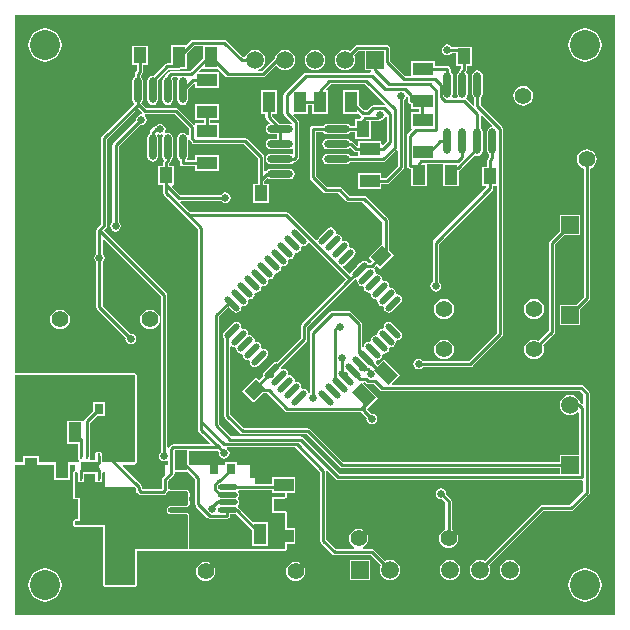
<source format=gbr>
G04 Layer_Physical_Order=1*
G04 Layer_Color=255*
%FSLAX26Y26*%
%MOIN*%
%TF.FileFunction,Copper,L1,Top,Signal*%
%TF.Part,Single*%
G01*
G75*
%TA.AperFunction,SMDPad,CuDef*%
%ADD10O,0.023622X0.086614*%
%ADD11R,0.043307X0.066929*%
%ADD12R,0.066929X0.043307*%
%ADD13R,0.033465X0.062992*%
%ADD14O,0.066929X0.017716*%
%ADD15O,0.086614X0.023622*%
G04:AMPARAMS|DCode=16|XSize=55.118mil|YSize=43.307mil|CornerRadius=0mil|HoleSize=0mil|Usage=FLASHONLY|Rotation=45.000|XOffset=0mil|YOffset=0mil|HoleType=Round|Shape=Rectangle|*
%AMROTATEDRECTD16*
4,1,4,-0.004176,-0.034799,-0.034799,-0.004176,0.004176,0.034799,0.034799,0.004176,-0.004176,-0.034799,0.0*
%
%ADD16ROTATEDRECTD16*%

%ADD17R,0.043307X0.055118*%
%ADD18R,0.031496X0.035433*%
G04:AMPARAMS|DCode=19|XSize=66.929mil|YSize=43.307mil|CornerRadius=0mil|HoleSize=0mil|Usage=FLASHONLY|Rotation=135.000|XOffset=0mil|YOffset=0mil|HoleType=Round|Shape=Rectangle|*
%AMROTATEDRECTD19*
4,1,4,0.038974,-0.008352,0.008352,-0.038974,-0.038974,0.008352,-0.008352,0.038974,0.038974,-0.008352,0.0*
%
%ADD19ROTATEDRECTD19*%

G04:AMPARAMS|DCode=20|XSize=21.654mil|YSize=62.992mil|CornerRadius=0mil|HoleSize=0mil|Usage=FLASHONLY|Rotation=135.000|XOffset=0mil|YOffset=0mil|HoleType=Round|Shape=Round|*
%AMOVALD20*
21,1,0.041339,0.021654,0.000000,0.000000,225.0*
1,1,0.021654,0.014615,0.014615*
1,1,0.021654,-0.014615,-0.014615*
%
%ADD20OVALD20*%

G04:AMPARAMS|DCode=21|XSize=21.654mil|YSize=62.992mil|CornerRadius=0mil|HoleSize=0mil|Usage=FLASHONLY|Rotation=45.000|XOffset=0mil|YOffset=0mil|HoleType=Round|Shape=Round|*
%AMOVALD21*
21,1,0.041339,0.021654,0.000000,0.000000,135.0*
1,1,0.021654,0.014615,-0.014615*
1,1,0.021654,-0.014615,0.014615*
%
%ADD21OVALD21*%

%ADD22R,0.011024X0.019685*%
%ADD23R,0.062992X0.035433*%
%TA.AperFunction,Conductor*%
%ADD24C,0.010000*%
%TA.AperFunction,ComponentPad*%
%ADD25C,0.055118*%
%ADD26C,0.059055*%
%ADD27R,0.059055X0.059055*%
%ADD28R,0.059055X0.059055*%
%TA.AperFunction,ViaPad*%
%ADD29C,0.100000*%
%ADD30C,0.025000*%
%ADD31C,0.019685*%
G36*
X1601301Y1452430D02*
Y1368684D01*
X1602077Y1364782D01*
X1604287Y1361474D01*
X1641471Y1324290D01*
X1644778Y1322080D01*
X1648680Y1321304D01*
X1706000D01*
X1709902Y1322080D01*
X1713210Y1324290D01*
X1715420Y1327598D01*
X1716196Y1331500D01*
Y1335634D01*
X1734134D01*
X1737439Y1336292D01*
X1791496Y1282234D01*
Y1231535D01*
X1844803D01*
Y1308465D01*
X1794105D01*
X1746766Y1355803D01*
X1744126Y1359755D01*
X1743671Y1360059D01*
Y1365059D01*
X1744126Y1365363D01*
X1747188Y1369947D01*
X1748264Y1375354D01*
X1747188Y1380761D01*
X1744126Y1385345D01*
X1743671Y1385649D01*
Y1390649D01*
X1744126Y1390953D01*
X1747188Y1395537D01*
X1748264Y1400944D01*
X1747188Y1406351D01*
X1744126Y1410935D01*
X1746524Y1415346D01*
X1747350Y1416340D01*
X1856535D01*
Y1405197D01*
X1900000D01*
Y1394803D01*
X1856535D01*
Y1341496D01*
X1900000D01*
X1900000Y1220000D01*
X1750000Y1220000D01*
X1585412Y1220000D01*
X1580412Y1220919D01*
X1580412Y1331774D01*
X1580304Y1332034D01*
X1580386Y1332304D01*
X1579525Y1333914D01*
X1578827Y1335600D01*
X1578566Y1335708D01*
X1578433Y1335957D01*
X1573433Y1340060D01*
X1573164Y1340142D01*
X1573007Y1340377D01*
X1571216Y1340733D01*
X1569469Y1341263D01*
X1569221Y1341130D01*
X1568944Y1341185D01*
X1568247Y1341046D01*
X1520101D01*
X1516272Y1341808D01*
X1513478Y1343675D01*
X1511612Y1346468D01*
X1510956Y1349764D01*
X1511612Y1353060D01*
X1513478Y1355853D01*
X1516272Y1357720D01*
X1520101Y1358482D01*
X1568247D01*
X1568944Y1358343D01*
X1569221Y1358398D01*
X1569469Y1358265D01*
X1571216Y1358795D01*
X1573007Y1359151D01*
X1573164Y1359386D01*
X1573433Y1359468D01*
X1578433Y1363571D01*
X1578566Y1363820D01*
X1578827Y1363928D01*
X1579525Y1365614D01*
X1580386Y1367224D01*
X1580304Y1367494D01*
X1580412Y1367755D01*
Y1367818D01*
X1581834Y1369947D01*
X1582910Y1375354D01*
X1581834Y1380761D01*
X1580412Y1382890D01*
X1580412Y1393408D01*
X1581834Y1395537D01*
X1582910Y1400944D01*
X1581834Y1406351D01*
X1580412Y1408480D01*
Y1408545D01*
X1580304Y1408806D01*
X1580386Y1409076D01*
X1579525Y1410686D01*
X1578827Y1412372D01*
X1578566Y1412480D01*
X1578433Y1412729D01*
X1573433Y1416832D01*
X1573163Y1416914D01*
X1573007Y1417149D01*
X1571216Y1417505D01*
X1569469Y1418035D01*
X1569221Y1417902D01*
X1568944Y1417957D01*
X1568247Y1417818D01*
X1520101D01*
X1516527Y1418529D01*
X1515906Y1418406D01*
X1513867Y1418812D01*
X1510905Y1421171D01*
Y1447306D01*
X1528706Y1465107D01*
X1530916Y1468414D01*
X1531692Y1472316D01*
Y1476535D01*
X1577195D01*
X1601301Y1452430D01*
D02*
G37*
G36*
X2103731Y2118404D02*
X1955790Y1970464D01*
X1953580Y1967156D01*
X1952804Y1963254D01*
Y1922935D01*
X1873096Y1843227D01*
X1871663Y1843512D01*
X1865488Y1842284D01*
X1860253Y1838786D01*
X1831022Y1809555D01*
X1827524Y1804320D01*
X1826296Y1798145D01*
X1826533Y1796952D01*
X1812813Y1783232D01*
X1804176Y1791870D01*
X1758130Y1745824D01*
X1795824Y1708130D01*
X1827498Y1739804D01*
X1840777D01*
X1900536Y1680044D01*
X1903844Y1677834D01*
X1907746Y1677058D01*
X2153025D01*
X2155208Y1673790D01*
X2172143Y1656856D01*
X2171575Y1654000D01*
X2172933Y1647172D01*
X2176801Y1641383D01*
X2182590Y1637515D01*
X2189418Y1636157D01*
X2196246Y1637515D01*
X2202035Y1641383D01*
X2205903Y1647172D01*
X2207261Y1654000D01*
X2205903Y1660828D01*
X2202035Y1666617D01*
X2196246Y1670485D01*
X2189418Y1671843D01*
X2186562Y1671275D01*
X2172614Y1685223D01*
Y1688215D01*
X2208463Y1724064D01*
X2161060Y1771468D01*
X2162896Y1776127D01*
X2166876Y1776541D01*
X2170127Y1773290D01*
X2173434Y1771080D01*
X2177336Y1770304D01*
X2195277D01*
X2215790Y1749790D01*
X2219098Y1747580D01*
X2223000Y1746804D01*
X2883777D01*
X2894804Y1735777D01*
Y1706148D01*
X2890185Y1704235D01*
X2887210Y1707210D01*
X2883902Y1709420D01*
X2883432Y1709513D01*
X2880160Y1717413D01*
X2874625Y1724625D01*
X2867413Y1730160D01*
X2859014Y1733639D01*
X2850000Y1734825D01*
X2840986Y1733639D01*
X2832587Y1730160D01*
X2825375Y1724625D01*
X2819840Y1717413D01*
X2816361Y1709014D01*
X2815175Y1700000D01*
X2816361Y1690986D01*
X2819840Y1682587D01*
X2825375Y1675375D01*
X2832587Y1669840D01*
X2840986Y1666361D01*
X2850000Y1665175D01*
X2859014Y1666361D01*
X2867413Y1669840D01*
X2874625Y1675375D01*
X2875069Y1675954D01*
X2879804Y1674346D01*
Y1534527D01*
X2815472D01*
Y1510196D01*
X2093223D01*
X1984210Y1619210D01*
X1980902Y1621420D01*
X1977000Y1622196D01*
X1764223D01*
X1718196Y1668223D01*
Y1893057D01*
X1723196Y1895730D01*
X1724901Y1894590D01*
X1731077Y1893362D01*
X1733427Y1893829D01*
X1737679Y1889577D01*
X1737212Y1887229D01*
X1738440Y1881053D01*
X1741938Y1875818D01*
X1747173Y1872320D01*
X1753349Y1871092D01*
X1755697Y1871559D01*
X1759949Y1867307D01*
X1759482Y1864957D01*
X1760710Y1858781D01*
X1764208Y1853546D01*
X1769443Y1850048D01*
X1775619Y1848820D01*
X1777969Y1849287D01*
X1782221Y1845035D01*
X1781754Y1842687D01*
X1782982Y1836511D01*
X1786480Y1831276D01*
X1791715Y1827778D01*
X1797891Y1826550D01*
X1804066Y1827778D01*
X1809301Y1831276D01*
X1838532Y1860507D01*
X1842030Y1865742D01*
X1843258Y1871917D01*
X1842030Y1878093D01*
X1838532Y1883328D01*
X1833297Y1886826D01*
X1827121Y1888054D01*
X1824771Y1887587D01*
X1820519Y1891839D01*
X1820986Y1894187D01*
X1819758Y1900363D01*
X1816260Y1905598D01*
X1811025Y1909096D01*
X1804849Y1910324D01*
X1802501Y1909857D01*
X1798249Y1914109D01*
X1798716Y1916459D01*
X1797488Y1922635D01*
X1793990Y1927870D01*
X1788755Y1931368D01*
X1782579Y1932596D01*
X1780229Y1932129D01*
X1775977Y1936381D01*
X1776444Y1938729D01*
X1775216Y1944905D01*
X1771718Y1950140D01*
X1766483Y1953638D01*
X1760307Y1954866D01*
X1757957Y1954399D01*
X1753705Y1958651D01*
X1754172Y1961001D01*
X1752944Y1967177D01*
X1749446Y1972412D01*
X1744211Y1975910D01*
X1738035Y1977138D01*
X1731860Y1975910D01*
X1726625Y1972412D01*
X1697394Y1943181D01*
X1693896Y1937946D01*
X1692668Y1931771D01*
X1693896Y1925595D01*
X1697394Y1920360D01*
X1697804Y1920086D01*
Y1664000D01*
X1698580Y1660098D01*
X1700790Y1656790D01*
X1752790Y1604790D01*
X1756098Y1602580D01*
X1760000Y1601804D01*
X1972777D01*
X2081790Y1492790D01*
X2085098Y1490580D01*
X2089000Y1489804D01*
X2815472D01*
Y1470196D01*
X2082497D01*
X1960678Y1592016D01*
X1957370Y1594226D01*
X1953468Y1595002D01*
X1721417D01*
X1680196Y1636223D01*
Y1995227D01*
X1711911Y2026942D01*
X1726625Y2012228D01*
X1731860Y2008730D01*
X1738035Y2007502D01*
X1744211Y2008730D01*
X1749446Y2012228D01*
X1752944Y2017463D01*
X1754172Y2023639D01*
X1753705Y2025989D01*
X1757957Y2030241D01*
X1760307Y2029774D01*
X1766483Y2031002D01*
X1771718Y2034500D01*
X1775216Y2039735D01*
X1776444Y2045911D01*
X1775977Y2048259D01*
X1780229Y2052511D01*
X1782579Y2052044D01*
X1788755Y2053272D01*
X1793990Y2056770D01*
X1797488Y2062005D01*
X1798716Y2068181D01*
X1798249Y2070531D01*
X1802501Y2074783D01*
X1804849Y2074316D01*
X1811025Y2075544D01*
X1816260Y2079042D01*
X1819758Y2084277D01*
X1820986Y2090453D01*
X1820519Y2092801D01*
X1824771Y2097053D01*
X1827121Y2096586D01*
X1833297Y2097814D01*
X1838532Y2101312D01*
X1842030Y2106547D01*
X1843258Y2112723D01*
X1842791Y2115073D01*
X1847043Y2119325D01*
X1849391Y2118858D01*
X1855567Y2120086D01*
X1860802Y2123584D01*
X1864300Y2128819D01*
X1865528Y2134995D01*
X1865061Y2137343D01*
X1869313Y2141595D01*
X1871663Y2141128D01*
X1877839Y2142356D01*
X1883074Y2145854D01*
X1886572Y2151089D01*
X1887800Y2157265D01*
X1887333Y2159615D01*
X1891585Y2163867D01*
X1893933Y2163400D01*
X1900109Y2164628D01*
X1905344Y2168126D01*
X1908842Y2173361D01*
X1910070Y2179537D01*
X1909603Y2181885D01*
X1913855Y2186137D01*
X1916205Y2185670D01*
X1922381Y2186898D01*
X1927616Y2190396D01*
X1931114Y2195631D01*
X1932342Y2201807D01*
X1931875Y2204157D01*
X1936127Y2208409D01*
X1938475Y2207942D01*
X1944651Y2209170D01*
X1949886Y2212668D01*
X1953384Y2217903D01*
X1954612Y2224079D01*
X1954145Y2226429D01*
X1958397Y2230681D01*
X1960747Y2230214D01*
X1966923Y2231442D01*
X1972158Y2234940D01*
X1975349Y2239715D01*
X1976662Y2240533D01*
X1980452Y2241683D01*
X2103731Y2118404D01*
D02*
G37*
G36*
X1300000Y1425000D02*
X1400007D01*
X1403189Y1421818D01*
Y1415504D01*
X1403966Y1411602D01*
X1406176Y1408295D01*
X1412034Y1402437D01*
X1415341Y1400227D01*
X1419243Y1399450D01*
X1494457D01*
X1498358Y1400227D01*
X1501666Y1402437D01*
X1507919Y1408690D01*
X1510129Y1411997D01*
X1515471Y1413221D01*
X1519568Y1412406D01*
X1568780D01*
X1570000Y1412649D01*
X1575000Y1408545D01*
X1575000Y1367755D01*
X1570000Y1363651D01*
X1568780Y1363894D01*
X1519568D01*
X1514160Y1362818D01*
X1509576Y1359755D01*
X1506514Y1355171D01*
X1505438Y1349764D01*
X1506514Y1344357D01*
X1509576Y1339773D01*
X1514160Y1336710D01*
X1519568Y1335634D01*
X1568780D01*
X1570000Y1335877D01*
X1575000Y1331774D01*
X1575000Y1220000D01*
X1400000D01*
X1400000Y1100000D01*
X1300000D01*
Y1300000D01*
X1200000D01*
Y1313858D01*
X1215118D01*
Y1390786D01*
X1200000D01*
Y1475000D01*
X1205483D01*
X1208960Y1471440D01*
Y1441755D01*
X1229984D01*
Y1471284D01*
X1268016D01*
Y1441755D01*
X1289040D01*
Y1471440D01*
X1292517Y1475000D01*
X1300000D01*
Y1425000D01*
D02*
G37*
G36*
X3000000Y1000000D02*
X1000000D01*
Y1500000D01*
X1131496D01*
Y1451535D01*
X1184803D01*
Y1500000D01*
X1200000D01*
Y1480412D01*
X1196173Y1478827D01*
X1194588Y1475000D01*
Y1390786D01*
X1196173Y1386960D01*
X1200000Y1385374D01*
Y1319270D01*
X1196173Y1317684D01*
X1194588Y1313858D01*
Y1300000D01*
X1196173Y1296173D01*
X1200000Y1294588D01*
X1294588D01*
Y1100000D01*
X1296173Y1096173D01*
X1300000Y1094588D01*
X1400000D01*
X1403827Y1096173D01*
X1405412Y1100000D01*
X1405412Y1214588D01*
X1575000D01*
X1578653Y1216101D01*
X1579434Y1215596D01*
X1584434Y1214677D01*
X1584937Y1214785D01*
X1585412Y1214588D01*
X1750000Y1214588D01*
X1900000Y1214588D01*
X1903827Y1216173D01*
X1905412Y1220000D01*
Y1235197D01*
X1933465D01*
Y1288504D01*
X1905412D01*
Y1341496D01*
X1903827Y1345323D01*
X1900000Y1346909D01*
Y1389391D01*
X1903827Y1390977D01*
X1905412Y1394803D01*
Y1405197D01*
X1933465D01*
Y1458504D01*
X1856535D01*
Y1436732D01*
X1800000D01*
Y1500000D01*
X1740158D01*
Y1510867D01*
X1698662D01*
Y1500000D01*
X1582569D01*
X1579803Y1502766D01*
Y1548269D01*
X1674312D01*
X1680725Y1541856D01*
X1680157Y1539000D01*
X1681515Y1532172D01*
X1685383Y1526383D01*
X1691172Y1522515D01*
X1698000Y1521157D01*
X1704828Y1522515D01*
X1710617Y1526383D01*
X1714485Y1532172D01*
X1715843Y1539000D01*
X1714485Y1545828D01*
X1710617Y1551617D01*
X1706137Y1554610D01*
X1707654Y1559610D01*
X1934777D01*
X2017804Y1476583D01*
Y1248000D01*
X2018580Y1244098D01*
X2020790Y1240790D01*
X2057790Y1203790D01*
X2061098Y1201580D01*
X2065000Y1200804D01*
X2184777D01*
X2219351Y1166230D01*
X2216361Y1159014D01*
X2215175Y1150000D01*
X2216361Y1140986D01*
X2219840Y1132587D01*
X2225375Y1125375D01*
X2232587Y1119840D01*
X2240986Y1116361D01*
X2250000Y1115175D01*
X2259014Y1116361D01*
X2267413Y1119840D01*
X2274625Y1125375D01*
X2280160Y1132587D01*
X2283639Y1140986D01*
X2284825Y1150000D01*
X2283639Y1159014D01*
X2280160Y1167413D01*
X2274625Y1174625D01*
X2267413Y1180160D01*
X2259014Y1183639D01*
X2250000Y1184825D01*
X2240986Y1183639D01*
X2233770Y1180649D01*
X2196210Y1218210D01*
X2192902Y1220420D01*
X2189000Y1221196D01*
X2161536D01*
X2160542Y1226196D01*
X2161420Y1226560D01*
X2168221Y1231779D01*
X2173440Y1238580D01*
X2176721Y1246500D01*
X2177840Y1255000D01*
X2176721Y1263500D01*
X2173440Y1271420D01*
X2168221Y1278221D01*
X2161420Y1283440D01*
X2153500Y1286721D01*
X2145000Y1287840D01*
X2136500Y1286721D01*
X2128580Y1283440D01*
X2121779Y1278221D01*
X2116560Y1271420D01*
X2113279Y1263500D01*
X2112160Y1255000D01*
X2113279Y1246500D01*
X2116560Y1238580D01*
X2121779Y1231779D01*
X2128580Y1226560D01*
X2129458Y1226196D01*
X2128464Y1221196D01*
X2069223D01*
X2038196Y1252223D01*
Y1478588D01*
X2043196Y1480659D01*
X2071064Y1452790D01*
X2074372Y1450580D01*
X2078274Y1449804D01*
X2890000D01*
X2894804Y1445662D01*
Y1412223D01*
X2849777Y1367196D01*
X2757000D01*
X2753098Y1366420D01*
X2749790Y1364210D01*
X2566230Y1180649D01*
X2559014Y1183639D01*
X2550000Y1184825D01*
X2540986Y1183639D01*
X2532587Y1180160D01*
X2525375Y1174625D01*
X2519840Y1167413D01*
X2516361Y1159014D01*
X2515175Y1150000D01*
X2516361Y1140986D01*
X2519840Y1132587D01*
X2525375Y1125375D01*
X2532587Y1119840D01*
X2540986Y1116361D01*
X2550000Y1115175D01*
X2559014Y1116361D01*
X2567413Y1119840D01*
X2574625Y1125375D01*
X2580160Y1132587D01*
X2583639Y1140986D01*
X2584825Y1150000D01*
X2583639Y1159014D01*
X2580649Y1166230D01*
X2761223Y1346804D01*
X2854000D01*
X2857902Y1347580D01*
X2861210Y1349790D01*
X2912210Y1400790D01*
X2914420Y1404098D01*
X2915196Y1408000D01*
Y1740000D01*
X2914420Y1743902D01*
X2912210Y1747210D01*
X2895210Y1764210D01*
X2891902Y1766420D01*
X2888000Y1767196D01*
X2258128D01*
X2256214Y1771815D01*
X2283629Y1799230D01*
X2229232Y1853627D01*
X2209476Y1833871D01*
X2202093Y1841254D01*
X2202378Y1842687D01*
X2201911Y1845035D01*
X2206163Y1849287D01*
X2208513Y1848820D01*
X2214689Y1850048D01*
X2219924Y1853546D01*
X2223422Y1858781D01*
X2224650Y1864957D01*
X2224183Y1867307D01*
X2228435Y1871559D01*
X2230783Y1871092D01*
X2236959Y1872320D01*
X2242194Y1875818D01*
X2245692Y1881053D01*
X2246920Y1887229D01*
X2246453Y1889577D01*
X2250705Y1893829D01*
X2253055Y1893362D01*
X2259231Y1894590D01*
X2264466Y1898088D01*
X2267964Y1903323D01*
X2269192Y1909499D01*
X2268725Y1911849D01*
X2272977Y1916101D01*
X2275325Y1915634D01*
X2281501Y1916862D01*
X2286736Y1920360D01*
X2290234Y1925595D01*
X2291462Y1931771D01*
X2290234Y1937946D01*
X2286736Y1943181D01*
X2257505Y1972412D01*
X2252270Y1975910D01*
X2246095Y1977138D01*
X2239919Y1975910D01*
X2234684Y1972412D01*
X2231186Y1967177D01*
X2229958Y1961001D01*
X2230425Y1958651D01*
X2226173Y1954399D01*
X2223825Y1954866D01*
X2217649Y1953638D01*
X2212414Y1950140D01*
X2208916Y1944905D01*
X2207688Y1938729D01*
X2208155Y1936381D01*
X2203903Y1932129D01*
X2201553Y1932596D01*
X2195377Y1931368D01*
X2190142Y1927870D01*
X2186644Y1922635D01*
X2185416Y1916459D01*
X2185883Y1914109D01*
X2181631Y1909857D01*
X2179282Y1910324D01*
X2173107Y1909096D01*
X2167872Y1905598D01*
X2164374Y1900363D01*
X2163376Y1895345D01*
X2160098Y1892726D01*
X2158492Y1891956D01*
X2157196Y1892493D01*
Y1969000D01*
X2156420Y1972902D01*
X2154210Y1976210D01*
X2119210Y2011210D01*
X2115902Y2013420D01*
X2112000Y2014196D01*
X2056000D01*
X2052098Y2013420D01*
X2048790Y2011210D01*
X1984790Y1947210D01*
X1982580Y1943902D01*
X1981804Y1940000D01*
Y1741475D01*
X1981737Y1741376D01*
X1981403Y1741205D01*
X1975761Y1743937D01*
X1975656Y1744467D01*
X1972158Y1749702D01*
X1966923Y1753200D01*
X1960747Y1754428D01*
X1958397Y1753961D01*
X1954145Y1758213D01*
X1954612Y1760561D01*
X1953384Y1766737D01*
X1949886Y1771972D01*
X1944651Y1775470D01*
X1938475Y1776698D01*
X1936127Y1776231D01*
X1931875Y1780483D01*
X1932342Y1782833D01*
X1931114Y1789009D01*
X1927616Y1794244D01*
X1922381Y1797742D01*
X1916205Y1798970D01*
X1913855Y1798503D01*
X1909603Y1802755D01*
X1910070Y1805103D01*
X1908842Y1811279D01*
X1905344Y1816514D01*
X1900109Y1820012D01*
X1893933Y1821240D01*
X1891585Y1820773D01*
X1888247Y1824111D01*
X1888322Y1829615D01*
X1970210Y1911502D01*
X1972420Y1914810D01*
X1973196Y1918712D01*
Y1959031D01*
X2125360Y2111194D01*
X2133308Y2119143D01*
X2134741Y2118858D01*
X2137089Y2119325D01*
X2141341Y2115073D01*
X2140874Y2112723D01*
X2142102Y2106547D01*
X2145600Y2101312D01*
X2150835Y2097814D01*
X2157011Y2096586D01*
X2159361Y2097053D01*
X2163613Y2092801D01*
X2163146Y2090453D01*
X2164374Y2084277D01*
X2167872Y2079042D01*
X2173107Y2075544D01*
X2179283Y2074316D01*
X2181631Y2074783D01*
X2185883Y2070531D01*
X2185416Y2068181D01*
X2186644Y2062005D01*
X2190142Y2056770D01*
X2195377Y2053272D01*
X2201553Y2052044D01*
X2203903Y2052511D01*
X2208155Y2048259D01*
X2207688Y2045911D01*
X2208916Y2039735D01*
X2212414Y2034500D01*
X2217649Y2031002D01*
X2223825Y2029774D01*
X2226173Y2030241D01*
X2230425Y2025989D01*
X2229958Y2023639D01*
X2231186Y2017463D01*
X2234684Y2012228D01*
X2239919Y2008730D01*
X2246095Y2007502D01*
X2252270Y2008730D01*
X2257505Y2012228D01*
X2286736Y2041459D01*
X2290234Y2046694D01*
X2291462Y2052869D01*
X2290234Y2059045D01*
X2286736Y2064280D01*
X2281501Y2067778D01*
X2275325Y2069006D01*
X2272977Y2068539D01*
X2268725Y2072791D01*
X2269192Y2075141D01*
X2267964Y2081317D01*
X2264466Y2086552D01*
X2259231Y2090050D01*
X2253055Y2091278D01*
X2250705Y2090811D01*
X2246453Y2095063D01*
X2246920Y2097411D01*
X2245692Y2103587D01*
X2242194Y2108822D01*
X2236959Y2112320D01*
X2230783Y2113548D01*
X2228435Y2113081D01*
X2224183Y2117333D01*
X2224650Y2119683D01*
X2223422Y2125859D01*
X2219924Y2131094D01*
X2214689Y2134592D01*
X2208513Y2135820D01*
X2206163Y2135353D01*
X2201911Y2139605D01*
X2202378Y2141953D01*
X2201150Y2148129D01*
X2198402Y2152242D01*
X2197695Y2153709D01*
X2198338Y2158919D01*
X2204187Y2164768D01*
X2215824Y2153130D01*
X2261870Y2199176D01*
X2245196Y2215849D01*
Y2315000D01*
X2244420Y2318902D01*
X2242210Y2322210D01*
X2169210Y2395210D01*
X2165902Y2397420D01*
X2162000Y2398196D01*
X2114223D01*
X2089210Y2423210D01*
X2085902Y2425420D01*
X2082000Y2426196D01*
X2039223D01*
X2002196Y2463223D01*
Y2609804D01*
X2027736D01*
X2029022Y2607880D01*
X2034583Y2604164D01*
X2041142Y2602860D01*
X2104134D01*
X2110693Y2604164D01*
X2116254Y2607880D01*
X2117540Y2609804D01*
X2131968D01*
Y2587441D01*
X2185276D01*
Y2647364D01*
X2207560D01*
X2211462Y2648140D01*
X2212523Y2648849D01*
X2216000Y2648157D01*
X2222828Y2649515D01*
X2228617Y2653383D01*
X2232485Y2659172D01*
X2232564Y2659568D01*
X2238095Y2661748D01*
X2239804Y2660518D01*
Y2580223D01*
X2226615Y2567034D01*
X2221615Y2569105D01*
Y2579803D01*
X2144686D01*
Y2564282D01*
X2139686Y2563734D01*
X2126210Y2577210D01*
X2122902Y2579420D01*
X2119000Y2580196D01*
X2117540D01*
X2116254Y2582120D01*
X2110693Y2585836D01*
X2104134Y2587140D01*
X2041142D01*
X2034583Y2585836D01*
X2029022Y2582120D01*
X2025306Y2576559D01*
X2024002Y2570000D01*
X2025306Y2563441D01*
X2029022Y2557880D01*
X2034583Y2554164D01*
X2041142Y2552860D01*
X2104134D01*
X2110693Y2554164D01*
X2116254Y2557880D01*
X2116661Y2557920D01*
X2128640Y2545940D01*
X2131948Y2543730D01*
X2135850Y2542954D01*
X2144686D01*
Y2530196D01*
X2117540D01*
X2116254Y2532120D01*
X2110693Y2535836D01*
X2104134Y2537140D01*
X2041142D01*
X2034583Y2535836D01*
X2029022Y2532120D01*
X2025306Y2526559D01*
X2024002Y2520000D01*
X2025306Y2513441D01*
X2029022Y2507880D01*
X2034583Y2504164D01*
X2041142Y2502860D01*
X2104134D01*
X2110693Y2504164D01*
X2116254Y2507880D01*
X2117540Y2509804D01*
X2227000D01*
X2230902Y2510580D01*
X2234210Y2512790D01*
X2270804Y2549385D01*
X2275804Y2547397D01*
Y2497073D01*
X2235777Y2457046D01*
X2221615D01*
Y2473503D01*
X2144686D01*
Y2420197D01*
X2221615D01*
Y2436654D01*
X2240000D01*
X2243902Y2437430D01*
X2247210Y2439640D01*
X2293210Y2485640D01*
X2295420Y2488948D01*
X2296196Y2492850D01*
Y2716766D01*
X2298617Y2718383D01*
X2302485Y2724172D01*
X2302648Y2724995D01*
X2308197Y2727259D01*
X2309804Y2726159D01*
Y2713700D01*
X2310580Y2709798D01*
X2312790Y2706490D01*
X2316098Y2704280D01*
X2320000Y2703504D01*
X2321535D01*
Y2687046D01*
X2346616D01*
Y2676653D01*
X2321535D01*
Y2623347D01*
X2321535D01*
X2323115Y2619534D01*
X2308790Y2605210D01*
X2306580Y2601902D01*
X2305804Y2598000D01*
Y2498000D01*
X2306580Y2494098D01*
X2308790Y2490790D01*
X2312098Y2488580D01*
X2316000Y2487804D01*
X2320197D01*
Y2428385D01*
X2373503D01*
Y2501804D01*
X2426497D01*
Y2428385D01*
X2479803D01*
Y2480561D01*
X2479902Y2480580D01*
X2483210Y2482790D01*
X2532837Y2532418D01*
X2534913Y2531030D01*
X2541472Y2529726D01*
X2548031Y2531030D01*
X2553592Y2534746D01*
X2557308Y2540307D01*
X2558612Y2546866D01*
Y2609858D01*
X2557308Y2616417D01*
X2553592Y2621978D01*
X2551668Y2623264D01*
Y2664314D01*
X2556668Y2666385D01*
X2591313Y2631740D01*
X2589396Y2626586D01*
X2584913Y2625694D01*
X2579352Y2621978D01*
X2575636Y2616417D01*
X2574332Y2609858D01*
Y2546866D01*
X2575636Y2540307D01*
X2579352Y2534746D01*
X2581276Y2533460D01*
Y2527167D01*
X2577318Y2523210D01*
X2575108Y2519902D01*
X2574332Y2516000D01*
Y2494409D01*
X2557874D01*
Y2429291D01*
X2568329D01*
X2570400Y2424291D01*
X2394790Y2248682D01*
X2392580Y2245374D01*
X2391804Y2241472D01*
Y2110234D01*
X2389383Y2108617D01*
X2385515Y2102828D01*
X2384157Y2096000D01*
X2385515Y2089172D01*
X2389383Y2083383D01*
X2395172Y2079515D01*
X2402000Y2078157D01*
X2408828Y2079515D01*
X2414617Y2083383D01*
X2418485Y2089172D01*
X2419843Y2096000D01*
X2418485Y2102828D01*
X2414617Y2108617D01*
X2412196Y2110234D01*
Y2237249D01*
X2591738Y2416790D01*
X2593948Y2420098D01*
X2594724Y2424000D01*
Y2429291D01*
X2606804D01*
Y1940223D01*
X2513777Y1847196D01*
X2359234D01*
X2357617Y1849617D01*
X2351828Y1853485D01*
X2345000Y1854843D01*
X2338172Y1853485D01*
X2332383Y1849617D01*
X2328515Y1843828D01*
X2327157Y1837000D01*
X2328515Y1830172D01*
X2332383Y1824383D01*
X2338172Y1820515D01*
X2345000Y1819157D01*
X2351828Y1820515D01*
X2357617Y1824383D01*
X2359234Y1826804D01*
X2518000D01*
X2521902Y1827580D01*
X2525210Y1829790D01*
X2624210Y1928790D01*
X2626420Y1932098D01*
X2627196Y1936000D01*
Y2620472D01*
X2626420Y2624374D01*
X2624210Y2627682D01*
X2551668Y2700223D01*
Y2722436D01*
X2553592Y2723722D01*
X2557308Y2729283D01*
X2558612Y2735842D01*
Y2798834D01*
X2557308Y2805393D01*
X2553592Y2810954D01*
X2548031Y2814670D01*
X2541472Y2815974D01*
X2534913Y2814670D01*
X2529352Y2810954D01*
X2525636Y2805393D01*
X2524332Y2798834D01*
Y2735842D01*
X2525636Y2729283D01*
X2529352Y2723722D01*
X2531276Y2722436D01*
Y2700214D01*
X2526276Y2698143D01*
X2505462Y2718958D01*
X2503897Y2722946D01*
X2505091Y2725966D01*
X2507308Y2729283D01*
X2508612Y2735842D01*
Y2798834D01*
X2507308Y2805393D01*
X2503860Y2810553D01*
X2504892Y2812098D01*
X2505668Y2816000D01*
Y2829291D01*
X2522126D01*
Y2894409D01*
X2468818D01*
Y2894196D01*
X2455234D01*
X2453617Y2896617D01*
X2447828Y2900485D01*
X2441000Y2901843D01*
X2434172Y2900485D01*
X2428383Y2896617D01*
X2424515Y2890828D01*
X2423157Y2884000D01*
X2424515Y2877172D01*
X2428383Y2871383D01*
X2434172Y2867515D01*
X2441000Y2866157D01*
X2447828Y2867515D01*
X2453617Y2871383D01*
X2455234Y2873804D01*
X2468818D01*
Y2829291D01*
X2485276D01*
Y2820223D01*
X2484262Y2819210D01*
X2482052Y2815902D01*
X2481331Y2812276D01*
X2479352Y2810954D01*
X2475636Y2805393D01*
X2474332Y2798834D01*
Y2735842D01*
X2475636Y2729283D01*
X2476089Y2728606D01*
X2473732Y2724196D01*
X2459212D01*
X2456855Y2728606D01*
X2457308Y2729283D01*
X2458612Y2735842D01*
Y2798834D01*
X2457308Y2805393D01*
X2453592Y2810954D01*
X2451668Y2812240D01*
Y2820000D01*
X2450892Y2823902D01*
X2448682Y2827210D01*
X2445374Y2829420D01*
X2441472Y2830196D01*
X2398465D01*
Y2846653D01*
X2321535D01*
Y2796196D01*
X2300223D01*
X2250196Y2846223D01*
Y2890000D01*
X2249420Y2893902D01*
X2247210Y2897210D01*
X2243902Y2899420D01*
X2240000Y2900196D01*
X2140000D01*
X2136098Y2899420D01*
X2132790Y2897210D01*
X2116230Y2880649D01*
X2109014Y2883639D01*
X2100000Y2884825D01*
X2090986Y2883639D01*
X2082587Y2880160D01*
X2075375Y2874625D01*
X2069840Y2867413D01*
X2066361Y2859014D01*
X2065175Y2850000D01*
X2066361Y2840986D01*
X2069840Y2832587D01*
X2075375Y2825375D01*
X2082587Y2819840D01*
X2090986Y2816361D01*
X2100000Y2815175D01*
X2109014Y2816361D01*
X2117413Y2819840D01*
X2124625Y2825375D01*
X2130160Y2832587D01*
X2133639Y2840986D01*
X2134825Y2850000D01*
X2133639Y2859014D01*
X2130649Y2866230D01*
X2144223Y2879804D01*
X2165472D01*
Y2815472D01*
X2186233D01*
X2186320Y2815400D01*
X2187567Y2812756D01*
X2184280Y2808196D01*
X1969000D01*
X1965098Y2807420D01*
X1961790Y2805210D01*
X1897790Y2741210D01*
X1895580Y2737902D01*
X1894804Y2734000D01*
Y2674000D01*
X1895580Y2670098D01*
X1897790Y2666790D01*
X1924774Y2639807D01*
X1921717Y2635836D01*
X1915158Y2637140D01*
X1880941D01*
X1855196Y2662885D01*
Y2671535D01*
X1871653D01*
Y2748465D01*
X1818347D01*
Y2671535D01*
X1834804D01*
Y2658662D01*
X1835580Y2654760D01*
X1837790Y2651452D01*
X1848363Y2640880D01*
X1846911Y2636095D01*
X1845607Y2635836D01*
X1840046Y2632120D01*
X1836330Y2626559D01*
X1835026Y2620000D01*
X1836330Y2613441D01*
X1840046Y2607880D01*
X1845607Y2604164D01*
X1852166Y2602860D01*
X1873466D01*
Y2587140D01*
X1852166D01*
X1845607Y2585836D01*
X1840046Y2582120D01*
X1836330Y2576559D01*
X1835026Y2570000D01*
X1836330Y2563441D01*
X1840046Y2557880D01*
X1845607Y2554164D01*
X1852166Y2552860D01*
X1915158D01*
X1921717Y2554164D01*
X1922394Y2554617D01*
X1926804Y2552260D01*
Y2537740D01*
X1922394Y2535383D01*
X1921717Y2535836D01*
X1915158Y2537140D01*
X1852166D01*
X1845607Y2535836D01*
X1840046Y2532120D01*
X1836330Y2526559D01*
X1835196Y2520856D01*
X1830196Y2521349D01*
Y2528000D01*
X1829420Y2531902D01*
X1827210Y2535210D01*
X1774210Y2588210D01*
X1770902Y2590420D01*
X1767000Y2591196D01*
X1678465D01*
Y2639803D01*
X1650196D01*
Y2650197D01*
X1678465D01*
Y2703503D01*
X1601535D01*
Y2650197D01*
X1629804D01*
Y2639803D01*
X1601535D01*
Y2635239D01*
X1596535Y2633722D01*
X1596210Y2634210D01*
X1543210Y2687210D01*
X1539902Y2689420D01*
X1536000Y2690196D01*
X1436751D01*
X1421220Y2705727D01*
X1424364Y2710433D01*
X1425668Y2716992D01*
Y2779984D01*
X1424364Y2786543D01*
X1420648Y2792104D01*
X1418724Y2793390D01*
Y2798777D01*
X1422682Y2802734D01*
X1424892Y2806042D01*
X1425668Y2809944D01*
Y2832441D01*
X1442126D01*
Y2897559D01*
X1388819D01*
Y2832441D01*
X1405276D01*
Y2814167D01*
X1401318Y2810210D01*
X1399108Y2806902D01*
X1398332Y2803000D01*
Y2793390D01*
X1396408Y2792104D01*
X1392692Y2786543D01*
X1391388Y2779984D01*
Y2716992D01*
X1392692Y2710433D01*
X1396408Y2704872D01*
X1396549Y2703440D01*
X1289790Y2596682D01*
X1287580Y2593374D01*
X1286804Y2589472D01*
Y2302223D01*
X1274290Y2289710D01*
X1272080Y2286402D01*
X1271304Y2282500D01*
Y2204234D01*
X1268883Y2202617D01*
X1265015Y2196828D01*
X1263657Y2190000D01*
X1265015Y2183172D01*
X1268883Y2177383D01*
X1271304Y2175766D01*
Y2025500D01*
X1272080Y2021598D01*
X1274290Y2018290D01*
X1368725Y1923856D01*
X1368157Y1921000D01*
X1369515Y1914172D01*
X1373383Y1908383D01*
X1379172Y1904515D01*
X1386000Y1903157D01*
X1392828Y1904515D01*
X1398617Y1908383D01*
X1402485Y1914172D01*
X1403843Y1921000D01*
X1402485Y1927828D01*
X1398617Y1933617D01*
X1392828Y1937485D01*
X1386000Y1938843D01*
X1383144Y1938275D01*
X1291696Y2029723D01*
Y2175766D01*
X1294117Y2177383D01*
X1297985Y2183172D01*
X1299343Y2190000D01*
X1297985Y2196828D01*
X1294117Y2202617D01*
X1291696Y2204234D01*
Y2251352D01*
X1296315Y2253265D01*
X1487804Y2061777D01*
Y1544234D01*
X1485383Y1542617D01*
X1481515Y1536828D01*
X1480157Y1530000D01*
X1481515Y1523172D01*
X1485383Y1517383D01*
X1491172Y1513515D01*
X1498000Y1512157D01*
X1504828Y1513515D01*
X1506301Y1514499D01*
X1511301Y1511827D01*
Y1500000D01*
X1500000D01*
Y1465239D01*
X1493500Y1458739D01*
X1491290Y1455431D01*
X1490514Y1451529D01*
Y1420123D01*
X1490233Y1419842D01*
X1423581D01*
Y1426041D01*
X1422805Y1429943D01*
X1420595Y1433251D01*
X1358465Y1495381D01*
X1360379Y1500000D01*
X1400000D01*
Y1504588D01*
X1403827Y1506173D01*
X1405412Y1510000D01*
Y1800000D01*
X1403827Y1803827D01*
X1400000Y1805412D01*
X1250000D01*
X1000000Y1805412D01*
Y3000000D01*
X3000000D01*
Y1000000D01*
D02*
G37*
G36*
X1400000Y1510000D02*
X1288724Y1510000D01*
Y1516560D01*
X1289040D01*
Y1546245D01*
X1268016D01*
Y1516716D01*
X1249670D01*
Y1546245D01*
X1249354D01*
Y1640935D01*
X1271703Y1663284D01*
X1301188D01*
Y1708716D01*
X1259692D01*
Y1680111D01*
X1231948Y1652368D01*
X1229803Y1649156D01*
X1225504Y1647465D01*
X1225503Y1647465D01*
X1172197D01*
Y1570535D01*
X1209276D01*
Y1546245D01*
X1208960D01*
Y1516560D01*
X1212504D01*
Y1510000D01*
X1078505Y1510000D01*
Y1528465D01*
X1025198D01*
Y1509999D01*
X1000000D01*
X1000000Y1800000D01*
X1250000Y1800000D01*
X1400000D01*
Y1510000D01*
D02*
G37*
G36*
X2233479Y2703102D02*
X2231016Y2698494D01*
X2230000Y2698696D01*
X2193164D01*
X2189262Y2697920D01*
X2185954Y2695710D01*
X2173001Y2682756D01*
X2162963D01*
X2147954Y2697766D01*
Y2748465D01*
X2094646D01*
Y2671535D01*
X2145345D01*
X2151530Y2665350D01*
X2153191Y2664241D01*
X2154515Y2658494D01*
X2151412Y2655392D01*
X2149520Y2652559D01*
X2131968D01*
Y2630196D01*
X2117540D01*
X2116254Y2632120D01*
X2110693Y2635836D01*
X2104134Y2637140D01*
X2041142D01*
X2034583Y2635836D01*
X2029022Y2632120D01*
X2027736Y2630196D01*
X1992000D01*
X1988098Y2629420D01*
X1984790Y2627210D01*
X1982580Y2623902D01*
X1981804Y2620000D01*
Y2459000D01*
X1982580Y2455098D01*
X1984790Y2451790D01*
X2027790Y2408790D01*
X2031098Y2406580D01*
X2035000Y2405804D01*
X2077777D01*
X2102790Y2380790D01*
X2106098Y2378580D01*
X2110000Y2377804D01*
X2157777D01*
X2224804Y2310777D01*
Y2241452D01*
X2224176Y2236870D01*
Y2236870D01*
X2224176Y2236869D01*
X2178130Y2190824D01*
X2189768Y2179187D01*
X2184777Y2174196D01*
X2176344D01*
X2175382Y2175636D01*
X2170147Y2179134D01*
X2163971Y2180362D01*
X2157796Y2179134D01*
X2152561Y2175636D01*
X2151121Y2174196D01*
X2149356D01*
X2145454Y2173420D01*
X2142146Y2171210D01*
X2139936Y2167902D01*
X2139160Y2164000D01*
Y2162235D01*
X2123330Y2146405D01*
X2119832Y2141170D01*
X2119341Y2138703D01*
X2113916Y2137057D01*
X2092261Y2158712D01*
X2093907Y2164137D01*
X2096374Y2164628D01*
X2101609Y2168126D01*
X2130840Y2197357D01*
X2134338Y2202592D01*
X2135566Y2208767D01*
X2134338Y2214943D01*
X2130840Y2220178D01*
X2125605Y2223676D01*
X2119429Y2224904D01*
X2117079Y2224437D01*
X2112827Y2228689D01*
X2113294Y2231037D01*
X2112066Y2237213D01*
X2108568Y2242448D01*
X2103333Y2245946D01*
X2097157Y2247174D01*
X2094809Y2246707D01*
X2090557Y2250959D01*
X2091024Y2253309D01*
X2089796Y2259485D01*
X2086298Y2264720D01*
X2081063Y2268218D01*
X2074887Y2269446D01*
X2072537Y2268979D01*
X2068285Y2273231D01*
X2068752Y2275579D01*
X2067524Y2281755D01*
X2064026Y2286990D01*
X2058791Y2290488D01*
X2052615Y2291716D01*
X2046440Y2290488D01*
X2041205Y2286990D01*
X2011974Y2257759D01*
X2008476Y2252524D01*
X2007986Y2250059D01*
X2002561Y2248413D01*
X1911764Y2339210D01*
X1908456Y2341420D01*
X1904554Y2342196D01*
X1584223D01*
X1550235Y2376185D01*
X1552148Y2380804D01*
X1686766D01*
X1688383Y2378383D01*
X1694172Y2374515D01*
X1701000Y2373157D01*
X1707828Y2374515D01*
X1713617Y2378383D01*
X1717485Y2384172D01*
X1718843Y2391000D01*
X1717485Y2397828D01*
X1713617Y2403617D01*
X1707828Y2407485D01*
X1701000Y2408843D01*
X1694172Y2407485D01*
X1688383Y2403617D01*
X1686766Y2401196D01*
X1549751D01*
X1523126Y2427822D01*
X1525039Y2432441D01*
X1531181D01*
Y2497559D01*
X1514724D01*
Y2505777D01*
X1515738Y2506790D01*
X1517948Y2510098D01*
X1518724Y2514000D01*
Y2514610D01*
X1520648Y2515896D01*
X1524364Y2521457D01*
X1525668Y2528016D01*
Y2591008D01*
X1524364Y2597567D01*
X1520648Y2603128D01*
X1515087Y2606844D01*
X1508528Y2608148D01*
X1503086Y2607066D01*
X1500403Y2609903D01*
X1499781Y2611118D01*
X1500485Y2612172D01*
X1501843Y2619000D01*
X1500485Y2625828D01*
X1496617Y2631617D01*
X1490828Y2635485D01*
X1484000Y2636843D01*
X1477172Y2635485D01*
X1471383Y2631617D01*
X1469766Y2629196D01*
X1469528D01*
X1465626Y2628420D01*
X1462318Y2626210D01*
X1451318Y2615210D01*
X1449108Y2611902D01*
X1448332Y2608000D01*
Y2604414D01*
X1446408Y2603128D01*
X1442692Y2597567D01*
X1441388Y2591008D01*
Y2528016D01*
X1442692Y2521457D01*
X1446408Y2515896D01*
X1451969Y2512180D01*
X1458528Y2510876D01*
X1465087Y2512180D01*
X1470648Y2515896D01*
X1474364Y2521457D01*
X1475668Y2528016D01*
Y2591008D01*
X1474364Y2597567D01*
X1473385Y2599032D01*
X1476989Y2602637D01*
X1477172Y2602515D01*
X1484000Y2601157D01*
X1489856Y2602322D01*
X1492247Y2599934D01*
X1493162Y2598270D01*
X1492692Y2597567D01*
X1491388Y2591008D01*
Y2528016D01*
X1492692Y2521457D01*
X1496408Y2515896D01*
X1496430Y2515881D01*
X1495108Y2513902D01*
X1494332Y2510000D01*
Y2497559D01*
X1477874D01*
Y2432441D01*
X1494332D01*
Y2407472D01*
X1495108Y2403570D01*
X1497318Y2400262D01*
X1572790Y2324790D01*
X1610804Y2286777D01*
Y1644806D01*
Y1616000D01*
X1611580Y1612098D01*
X1613790Y1608790D01*
X1649301Y1573280D01*
X1647387Y1568660D01*
X1527354D01*
X1523453Y1567884D01*
X1520145Y1565674D01*
X1514287Y1559816D01*
X1513196Y1558184D01*
X1508196Y1559700D01*
Y2066000D01*
X1507420Y2069902D01*
X1505210Y2073210D01*
X1295919Y2282500D01*
X1304210Y2290790D01*
X1306420Y2294098D01*
X1307196Y2298000D01*
Y2585249D01*
X1410028Y2688081D01*
X1421765Y2676344D01*
X1421687Y2669508D01*
X1421000Y2668843D01*
X1414172Y2667485D01*
X1408383Y2663617D01*
X1404515Y2657828D01*
X1403157Y2651000D01*
X1403725Y2648144D01*
X1327790Y2572210D01*
X1325580Y2568902D01*
X1324804Y2565000D01*
Y2310234D01*
X1322383Y2308617D01*
X1318515Y2302828D01*
X1317157Y2296000D01*
X1318515Y2289172D01*
X1322383Y2283383D01*
X1328172Y2279515D01*
X1335000Y2278157D01*
X1341828Y2279515D01*
X1347617Y2283383D01*
X1351485Y2289172D01*
X1352843Y2296000D01*
X1351485Y2302828D01*
X1347617Y2308617D01*
X1345196Y2310234D01*
Y2560777D01*
X1418144Y2633725D01*
X1421000Y2633157D01*
X1427828Y2634515D01*
X1433617Y2638383D01*
X1437485Y2644172D01*
X1438843Y2651000D01*
X1437485Y2657828D01*
X1433617Y2663617D01*
X1431663Y2664922D01*
X1432197Y2667937D01*
X1433357Y2669804D01*
X1531777D01*
X1578804Y2622777D01*
Y2599236D01*
X1577649Y2598802D01*
X1573804Y2598405D01*
X1570648Y2603128D01*
X1565087Y2606844D01*
X1558528Y2608148D01*
X1551969Y2606844D01*
X1546408Y2603128D01*
X1542692Y2597567D01*
X1541388Y2591008D01*
Y2528016D01*
X1542692Y2521457D01*
X1546408Y2515896D01*
X1548332Y2514610D01*
Y2506850D01*
X1549108Y2502948D01*
X1551318Y2499640D01*
X1554626Y2497430D01*
X1558528Y2496654D01*
X1601535D01*
Y2480197D01*
X1678465D01*
Y2533503D01*
X1601535D01*
Y2517046D01*
X1576720D01*
X1574948Y2520360D01*
X1574481Y2522046D01*
X1575668Y2528016D01*
Y2581953D01*
X1580668Y2583470D01*
X1581790Y2581790D01*
X1589790Y2573790D01*
X1593098Y2571580D01*
X1597000Y2570804D01*
X1762777D01*
X1809804Y2523777D01*
Y2450000D01*
Y2437559D01*
X1793347D01*
Y2372441D01*
X1846653D01*
Y2437559D01*
X1830196D01*
Y2445777D01*
X1841397Y2456977D01*
X1845607Y2454164D01*
X1852166Y2452860D01*
X1915158D01*
X1921717Y2454164D01*
X1927278Y2457880D01*
X1930994Y2463441D01*
X1932298Y2470000D01*
X1930994Y2476559D01*
X1927278Y2482120D01*
X1921717Y2485836D01*
X1915158Y2487140D01*
X1852166D01*
X1845607Y2485836D01*
X1840046Y2482120D01*
X1838570Y2479912D01*
X1836098Y2479420D01*
X1835196Y2478817D01*
X1830196Y2481490D01*
Y2518651D01*
X1835196Y2519144D01*
X1836330Y2513441D01*
X1840046Y2507880D01*
X1845607Y2504164D01*
X1852166Y2502860D01*
X1915158D01*
X1921717Y2504164D01*
X1927278Y2507880D01*
X1928564Y2509804D01*
X1929000D01*
X1932902Y2510580D01*
X1936210Y2512790D01*
X1944210Y2520790D01*
X1946420Y2524098D01*
X1947196Y2528000D01*
Y2642000D01*
X1946420Y2645902D01*
X1944210Y2649210D01*
X1926884Y2666535D01*
X1928955Y2671535D01*
X1977954D01*
Y2699804D01*
X1988347D01*
Y2671535D01*
X2041653D01*
Y2748465D01*
X2037417D01*
X2035503Y2753084D01*
X2052223Y2769804D01*
X2166777D01*
X2233479Y2703102D01*
D02*
G37*
%LPC*%
G36*
X1635000Y1177840D02*
X1626500Y1176721D01*
X1618580Y1173440D01*
X1611779Y1168221D01*
X1606560Y1161420D01*
X1603279Y1153500D01*
X1602160Y1145000D01*
X1603279Y1136500D01*
X1606560Y1128580D01*
X1611779Y1121779D01*
X1618580Y1116560D01*
X1626500Y1113279D01*
X1635000Y1112160D01*
X1643500Y1113279D01*
X1651420Y1116560D01*
X1658221Y1121779D01*
X1663440Y1128580D01*
X1666721Y1136500D01*
X1667840Y1145000D01*
X1666721Y1153500D01*
X1663440Y1161420D01*
X1658221Y1168221D01*
X1651420Y1173440D01*
X1643500Y1176721D01*
X1635000Y1177840D01*
D02*
G37*
G36*
X1935000D02*
X1926500Y1176721D01*
X1918580Y1173440D01*
X1911779Y1168221D01*
X1906560Y1161420D01*
X1903279Y1153500D01*
X1902160Y1145000D01*
X1903279Y1136500D01*
X1906560Y1128580D01*
X1911779Y1121779D01*
X1918580Y1116560D01*
X1926500Y1113279D01*
X1935000Y1112160D01*
X1943500Y1113279D01*
X1951420Y1116560D01*
X1958221Y1121779D01*
X1963440Y1128580D01*
X1966721Y1136500D01*
X1967840Y1145000D01*
X1966721Y1153500D01*
X1963440Y1161420D01*
X1958221Y1168221D01*
X1951420Y1173440D01*
X1943500Y1176721D01*
X1935000Y1177840D01*
D02*
G37*
G36*
X1100000Y1155475D02*
X1085642Y1153584D01*
X1072263Y1148042D01*
X1060774Y1139226D01*
X1051958Y1127737D01*
X1046416Y1114358D01*
X1044525Y1100000D01*
X1046416Y1085642D01*
X1051958Y1072263D01*
X1060774Y1060774D01*
X1072263Y1051958D01*
X1085642Y1046416D01*
X1100000Y1044525D01*
X1114358Y1046416D01*
X1127737Y1051958D01*
X1139226Y1060774D01*
X1148042Y1072263D01*
X1153584Y1085642D01*
X1155475Y1100000D01*
X1153584Y1114358D01*
X1148042Y1127737D01*
X1139226Y1139226D01*
X1127737Y1148042D01*
X1114358Y1153584D01*
X1100000Y1155475D01*
D02*
G37*
G36*
X2900000D02*
X2885642Y1153584D01*
X2872263Y1148042D01*
X2860773Y1139226D01*
X2851958Y1127737D01*
X2846416Y1114358D01*
X2844525Y1100000D01*
X2846416Y1085642D01*
X2851958Y1072263D01*
X2860773Y1060774D01*
X2872263Y1051958D01*
X2885642Y1046416D01*
X2900000Y1044525D01*
X2914358Y1046416D01*
X2927737Y1051958D01*
X2939227Y1060774D01*
X2948042Y1072263D01*
X2953584Y1085642D01*
X2955475Y1100000D01*
X2953584Y1114358D01*
X2948042Y1127737D01*
X2939227Y1139226D01*
X2927737Y1148042D01*
X2914358Y1153584D01*
X2900000Y1155475D01*
D02*
G37*
G36*
X2650000Y1184825D02*
X2640986Y1183639D01*
X2632587Y1180160D01*
X2625375Y1174625D01*
X2619840Y1167413D01*
X2616361Y1159014D01*
X2615175Y1150000D01*
X2616361Y1140986D01*
X2619840Y1132587D01*
X2625375Y1125375D01*
X2632587Y1119840D01*
X2640986Y1116361D01*
X2650000Y1115175D01*
X2659014Y1116361D01*
X2667413Y1119840D01*
X2674625Y1125375D01*
X2680160Y1132587D01*
X2683639Y1140986D01*
X2684825Y1150000D01*
X2683639Y1159014D01*
X2680160Y1167413D01*
X2674625Y1174625D01*
X2667413Y1180160D01*
X2659014Y1183639D01*
X2650000Y1184825D01*
D02*
G37*
G36*
X2450000D02*
X2440986Y1183639D01*
X2432587Y1180160D01*
X2425375Y1174625D01*
X2419840Y1167413D01*
X2416361Y1159014D01*
X2415175Y1150000D01*
X2416361Y1140986D01*
X2419840Y1132587D01*
X2425375Y1125375D01*
X2432587Y1119840D01*
X2440986Y1116361D01*
X2450000Y1115175D01*
X2459014Y1116361D01*
X2467413Y1119840D01*
X2474625Y1125375D01*
X2480160Y1132587D01*
X2483639Y1140986D01*
X2484825Y1150000D01*
X2483639Y1159014D01*
X2480160Y1167413D01*
X2474625Y1174625D01*
X2467413Y1180160D01*
X2459014Y1183639D01*
X2450000Y1184825D01*
D02*
G37*
G36*
X2420000Y1421843D02*
X2413172Y1420485D01*
X2407383Y1416617D01*
X2403515Y1410828D01*
X2402157Y1404000D01*
X2403515Y1397172D01*
X2407383Y1391383D01*
X2413172Y1387515D01*
X2420000Y1386157D01*
X2422856Y1386725D01*
X2434804Y1374777D01*
Y1286018D01*
X2428580Y1283440D01*
X2421779Y1278221D01*
X2416560Y1271420D01*
X2413279Y1263500D01*
X2412160Y1255000D01*
X2413279Y1246500D01*
X2416560Y1238580D01*
X2421779Y1231779D01*
X2428580Y1226560D01*
X2436500Y1223279D01*
X2445000Y1222160D01*
X2453500Y1223279D01*
X2461420Y1226560D01*
X2468221Y1231779D01*
X2473440Y1238580D01*
X2476721Y1246500D01*
X2477840Y1255000D01*
X2476721Y1263500D01*
X2473440Y1271420D01*
X2468221Y1278221D01*
X2461420Y1283440D01*
X2455196Y1286018D01*
Y1379000D01*
X2454420Y1382902D01*
X2452210Y1386210D01*
X2437275Y1401144D01*
X2437843Y1404000D01*
X2436485Y1410828D01*
X2432617Y1416617D01*
X2426828Y1420485D01*
X2420000Y1421843D01*
D02*
G37*
G36*
X2184528Y1184527D02*
X2115472D01*
Y1115473D01*
X2184528D01*
Y1184527D01*
D02*
G37*
G36*
X1697000Y2918196D02*
X1594850D01*
X1590948Y2917420D01*
X1587640Y2915210D01*
X1570895Y2898465D01*
X1520197D01*
Y2838668D01*
X1507000D01*
X1503098Y2837892D01*
X1499790Y2835682D01*
X1460784Y2796676D01*
X1458528Y2797124D01*
X1451969Y2795820D01*
X1446408Y2792104D01*
X1442692Y2786543D01*
X1441388Y2779984D01*
Y2716992D01*
X1442692Y2710433D01*
X1446408Y2704872D01*
X1451969Y2701156D01*
X1458528Y2699852D01*
X1465087Y2701156D01*
X1470648Y2704872D01*
X1474364Y2710433D01*
X1475668Y2716992D01*
Y2779984D01*
X1475214Y2782267D01*
X1511223Y2818276D01*
X1546850D01*
X1550752Y2819052D01*
X1554060Y2821262D01*
X1554242Y2821535D01*
X1573504D01*
Y2872234D01*
X1599073Y2897804D01*
X1626496D01*
Y2854916D01*
X1583777Y2812196D01*
X1518528D01*
X1514626Y2811420D01*
X1511318Y2809210D01*
X1501318Y2799210D01*
X1499108Y2795902D01*
X1498651Y2793603D01*
X1496408Y2792104D01*
X1492692Y2786543D01*
X1491388Y2779984D01*
Y2716992D01*
X1492692Y2710433D01*
X1496408Y2704872D01*
X1501969Y2701156D01*
X1508528Y2699852D01*
X1515087Y2701156D01*
X1520648Y2704872D01*
X1524364Y2710433D01*
X1525668Y2716992D01*
Y2779984D01*
X1524364Y2786543D01*
X1524189Y2786804D01*
X1526862Y2791804D01*
X1540904D01*
X1543261Y2787394D01*
X1542692Y2786543D01*
X1541388Y2779984D01*
Y2716992D01*
X1542692Y2710433D01*
X1546408Y2704872D01*
X1551969Y2701156D01*
X1558528Y2699852D01*
X1565087Y2701156D01*
X1570648Y2704872D01*
X1574364Y2710433D01*
X1575668Y2716992D01*
Y2751209D01*
X1596535Y2772076D01*
X1601535Y2770835D01*
Y2756497D01*
X1678465D01*
Y2809803D01*
X1616756D01*
X1614842Y2814423D01*
X1623285Y2822866D01*
X1626497Y2821535D01*
Y2821535D01*
X1677195D01*
X1703940Y2794790D01*
X1707248Y2792580D01*
X1711150Y2791804D01*
X1826000D01*
X1829902Y2792580D01*
X1833210Y2794790D01*
X1867666Y2829246D01*
X1872655Y2828919D01*
X1875375Y2825375D01*
X1882587Y2819840D01*
X1890986Y2816361D01*
X1900000Y2815175D01*
X1909014Y2816361D01*
X1917413Y2819840D01*
X1924625Y2825375D01*
X1930160Y2832587D01*
X1933639Y2840986D01*
X1934825Y2850000D01*
X1933639Y2859014D01*
X1930160Y2867413D01*
X1924625Y2874625D01*
X1917413Y2880160D01*
X1909014Y2883639D01*
X1900000Y2884825D01*
X1890986Y2883639D01*
X1882587Y2880160D01*
X1875375Y2874625D01*
X1869840Y2867413D01*
X1866361Y2859014D01*
X1866023Y2856442D01*
X1821777Y2812196D01*
X1812023D01*
X1811029Y2817196D01*
X1817413Y2819840D01*
X1824625Y2825375D01*
X1830160Y2832587D01*
X1833639Y2840986D01*
X1834825Y2850000D01*
X1833639Y2859014D01*
X1830160Y2867413D01*
X1824625Y2874625D01*
X1817413Y2880160D01*
X1809014Y2883639D01*
X1800000Y2884825D01*
X1790986Y2883639D01*
X1782587Y2880160D01*
X1775375Y2874625D01*
X1769840Y2867413D01*
X1766851Y2860196D01*
X1759223D01*
X1704210Y2915210D01*
X1700902Y2917420D01*
X1697000Y2918196D01*
D02*
G37*
G36*
X2693934Y2763906D02*
X2685434Y2762787D01*
X2677514Y2759506D01*
X2670713Y2754287D01*
X2665494Y2747486D01*
X2662213Y2739566D01*
X2661094Y2731066D01*
X2662213Y2722566D01*
X2665494Y2714646D01*
X2670713Y2707845D01*
X2677514Y2702626D01*
X2685434Y2699345D01*
X2693934Y2698226D01*
X2702434Y2699345D01*
X2710354Y2702626D01*
X2717155Y2707845D01*
X2722374Y2714646D01*
X2725655Y2722566D01*
X2726774Y2731066D01*
X2725655Y2739566D01*
X2722374Y2747486D01*
X2717155Y2754287D01*
X2710354Y2759506D01*
X2702434Y2762787D01*
X2693934Y2763906D01*
D02*
G37*
G36*
X2730000Y2052840D02*
X2721500Y2051721D01*
X2713580Y2048440D01*
X2706779Y2043221D01*
X2701560Y2036420D01*
X2698279Y2028500D01*
X2697160Y2020000D01*
X2698279Y2011500D01*
X2701560Y2003580D01*
X2706779Y1996779D01*
X2713580Y1991560D01*
X2721500Y1988279D01*
X2730000Y1987160D01*
X2738500Y1988279D01*
X2746420Y1991560D01*
X2753221Y1996779D01*
X2758440Y2003580D01*
X2761721Y2011500D01*
X2762840Y2020000D01*
X2761721Y2028500D01*
X2758440Y2036420D01*
X2753221Y2043221D01*
X2746420Y2048440D01*
X2738500Y2051721D01*
X2730000Y2052840D01*
D02*
G37*
G36*
X2900000Y2955475D02*
X2885642Y2953584D01*
X2872263Y2948042D01*
X2860773Y2939227D01*
X2851958Y2927737D01*
X2846416Y2914358D01*
X2844525Y2900000D01*
X2846416Y2885642D01*
X2851958Y2872263D01*
X2860773Y2860773D01*
X2872263Y2851958D01*
X2885642Y2846416D01*
X2900000Y2844525D01*
X2914358Y2846416D01*
X2927737Y2851958D01*
X2939227Y2860773D01*
X2948042Y2872263D01*
X2953584Y2885642D01*
X2955475Y2900000D01*
X2953584Y2914358D01*
X2948042Y2927737D01*
X2939227Y2939227D01*
X2927737Y2948042D01*
X2914358Y2953584D01*
X2900000Y2955475D01*
D02*
G37*
G36*
X1100000D02*
X1085642Y2953584D01*
X1072263Y2948042D01*
X1060774Y2939227D01*
X1051958Y2927737D01*
X1046416Y2914358D01*
X1044525Y2900000D01*
X1046416Y2885642D01*
X1051958Y2872263D01*
X1060774Y2860773D01*
X1072263Y2851958D01*
X1085642Y2846416D01*
X1100000Y2844525D01*
X1114358Y2846416D01*
X1127737Y2851958D01*
X1139226Y2860773D01*
X1148042Y2872263D01*
X1153584Y2885642D01*
X1155475Y2900000D01*
X1153584Y2914358D01*
X1148042Y2927737D01*
X1139226Y2939227D01*
X1127737Y2948042D01*
X1114358Y2953584D01*
X1100000Y2955475D01*
D02*
G37*
G36*
X2000000Y2884825D02*
X1990986Y2883639D01*
X1982587Y2880160D01*
X1975375Y2874625D01*
X1969840Y2867413D01*
X1966361Y2859014D01*
X1965175Y2850000D01*
X1966361Y2840986D01*
X1969840Y2832587D01*
X1975375Y2825375D01*
X1982587Y2819840D01*
X1990986Y2816361D01*
X2000000Y2815175D01*
X2009014Y2816361D01*
X2017413Y2819840D01*
X2024625Y2825375D01*
X2030160Y2832587D01*
X2033639Y2840986D01*
X2034825Y2850000D01*
X2033639Y2859014D01*
X2030160Y2867413D01*
X2024625Y2874625D01*
X2017413Y2880160D01*
X2009014Y2883639D01*
X2000000Y2884825D01*
D02*
G37*
G36*
X1150000Y2017840D02*
X1141500Y2016721D01*
X1133580Y2013440D01*
X1126779Y2008221D01*
X1121560Y2001420D01*
X1118279Y1993500D01*
X1117160Y1985000D01*
X1118279Y1976500D01*
X1121560Y1968580D01*
X1126779Y1961779D01*
X1133580Y1956560D01*
X1141500Y1953279D01*
X1150000Y1952160D01*
X1158500Y1953279D01*
X1166420Y1956560D01*
X1173221Y1961779D01*
X1178440Y1968580D01*
X1181721Y1976500D01*
X1182840Y1985000D01*
X1181721Y1993500D01*
X1178440Y2001420D01*
X1173221Y2008221D01*
X1166420Y2013440D01*
X1158500Y2016721D01*
X1150000Y2017840D01*
D02*
G37*
G36*
X2884528Y2334528D02*
X2815472D01*
Y2279892D01*
X2781790Y2246210D01*
X2779580Y2242902D01*
X2778804Y2239000D01*
Y1948223D01*
X2744724Y1914143D01*
X2738500Y1916721D01*
X2730000Y1917840D01*
X2721500Y1916721D01*
X2713580Y1913440D01*
X2706779Y1908221D01*
X2701560Y1901420D01*
X2698279Y1893500D01*
X2697160Y1885000D01*
X2698279Y1876500D01*
X2701560Y1868580D01*
X2706779Y1861779D01*
X2713580Y1856560D01*
X2721500Y1853279D01*
X2730000Y1852160D01*
X2738500Y1853279D01*
X2746420Y1856560D01*
X2753221Y1861779D01*
X2758440Y1868580D01*
X2761721Y1876500D01*
X2762840Y1885000D01*
X2761721Y1893500D01*
X2759143Y1899724D01*
X2796210Y1936790D01*
X2798420Y1940098D01*
X2799196Y1944000D01*
Y2234777D01*
X2829892Y2265472D01*
X2884528D01*
Y2334528D01*
D02*
G37*
G36*
X2430000Y1917840D02*
X2421500Y1916721D01*
X2413580Y1913440D01*
X2406779Y1908221D01*
X2401560Y1901420D01*
X2398279Y1893500D01*
X2397160Y1885000D01*
X2398279Y1876500D01*
X2401560Y1868580D01*
X2406779Y1861779D01*
X2413580Y1856560D01*
X2421500Y1853279D01*
X2430000Y1852160D01*
X2438500Y1853279D01*
X2446420Y1856560D01*
X2453221Y1861779D01*
X2458440Y1868580D01*
X2461721Y1876500D01*
X2462840Y1885000D01*
X2461721Y1893500D01*
X2458440Y1901420D01*
X2453221Y1908221D01*
X2446420Y1913440D01*
X2438500Y1916721D01*
X2430000Y1917840D01*
D02*
G37*
G36*
Y2052840D02*
X2421500Y2051721D01*
X2413580Y2048440D01*
X2406779Y2043221D01*
X2401560Y2036420D01*
X2398279Y2028500D01*
X2397160Y2020000D01*
X2398279Y2011500D01*
X2401560Y2003580D01*
X2406779Y1996779D01*
X2413580Y1991560D01*
X2421500Y1988279D01*
X2430000Y1987160D01*
X2438500Y1988279D01*
X2446420Y1991560D01*
X2453221Y1996779D01*
X2458440Y2003580D01*
X2461721Y2011500D01*
X2462840Y2020000D01*
X2461721Y2028500D01*
X2458440Y2036420D01*
X2453221Y2043221D01*
X2446420Y2048440D01*
X2438500Y2051721D01*
X2430000Y2052840D01*
D02*
G37*
G36*
X2906066Y2551774D02*
X2897566Y2550655D01*
X2889646Y2547374D01*
X2882845Y2542155D01*
X2877626Y2535354D01*
X2874345Y2527434D01*
X2873226Y2518934D01*
X2874345Y2510434D01*
X2877626Y2502514D01*
X2882845Y2495713D01*
X2889646Y2490494D01*
X2895870Y2487916D01*
Y2060289D01*
X2870108Y2034527D01*
X2815472D01*
Y1965473D01*
X2884528D01*
Y2020108D01*
X2913276Y2048856D01*
X2915486Y2052164D01*
X2916262Y2056066D01*
Y2487916D01*
X2922486Y2490494D01*
X2929287Y2495713D01*
X2934506Y2502514D01*
X2937787Y2510434D01*
X2938906Y2518934D01*
X2937787Y2527434D01*
X2934506Y2535354D01*
X2929287Y2542155D01*
X2922486Y2547374D01*
X2914566Y2550655D01*
X2906066Y2551774D01*
D02*
G37*
G36*
X1450000Y2017840D02*
X1441500Y2016721D01*
X1433580Y2013440D01*
X1426779Y2008221D01*
X1421560Y2001420D01*
X1418279Y1993500D01*
X1417160Y1985000D01*
X1418279Y1976500D01*
X1421560Y1968580D01*
X1426779Y1961779D01*
X1433580Y1956560D01*
X1441500Y1953279D01*
X1450000Y1952160D01*
X1458500Y1953279D01*
X1466420Y1956560D01*
X1473221Y1961779D01*
X1478440Y1968580D01*
X1481721Y1976500D01*
X1482840Y1985000D01*
X1481721Y1993500D01*
X1478440Y2001420D01*
X1473221Y2008221D01*
X1466420Y2013440D01*
X1458500Y2016721D01*
X1450000Y2017840D01*
D02*
G37*
%LPD*%
D10*
X2541472Y2578362D02*
D03*
X2591472D02*
D03*
X2491472D02*
D03*
X2441472D02*
D03*
X2541472Y2767338D02*
D03*
X2591472D02*
D03*
X2491472D02*
D03*
X2441472D02*
D03*
X1558528Y2748488D02*
D03*
X1508528D02*
D03*
X1458528D02*
D03*
X1408528D02*
D03*
Y2559512D02*
D03*
X1458528D02*
D03*
X1508528D02*
D03*
X1558528D02*
D03*
D11*
X1294764Y1352322D02*
D03*
X1158150Y1490000D02*
D03*
X1188464Y1352322D02*
D03*
X1051852Y1490000D02*
D03*
X1198850Y1609000D02*
D03*
X1305150D02*
D03*
X1446850Y1515000D02*
D03*
X1553150D02*
D03*
X1536850Y1270000D02*
D03*
X1643150D02*
D03*
X1711850D02*
D03*
X1818150D02*
D03*
X2453150Y2466850D02*
D03*
X2346850D02*
D03*
X2121300Y2710000D02*
D03*
X2015000D02*
D03*
X1951300D02*
D03*
X1845000D02*
D03*
X1653150Y2860000D02*
D03*
X1546850D02*
D03*
D12*
X1456850Y1335000D02*
D03*
Y1441300D02*
D03*
X1895000Y1261850D02*
D03*
Y1368150D02*
D03*
Y1431850D02*
D03*
Y1538150D02*
D03*
X2183150Y2446850D02*
D03*
Y2553150D02*
D03*
X2360000Y2543700D02*
D03*
Y2650000D02*
D03*
Y2713700D02*
D03*
Y2820000D02*
D03*
X1640000Y2783150D02*
D03*
Y2676850D02*
D03*
Y2613150D02*
D03*
Y2506850D02*
D03*
D13*
X1800000Y1353070D02*
D03*
Y1486930D02*
D03*
D14*
X1544174Y1349764D02*
D03*
Y1375354D02*
D03*
Y1400944D02*
D03*
Y1426536D02*
D03*
X1709528Y1375354D02*
D03*
Y1349764D02*
D03*
Y1400944D02*
D03*
Y1426536D02*
D03*
D15*
X2072638Y2470000D02*
D03*
Y2520000D02*
D03*
Y2570000D02*
D03*
Y2620000D02*
D03*
X1883662D02*
D03*
Y2570000D02*
D03*
Y2520000D02*
D03*
Y2470000D02*
D03*
D16*
X1758242Y1791758D02*
D03*
X1800000Y1750000D02*
D03*
X2220000Y2195000D02*
D03*
X2178242Y2236758D02*
D03*
D17*
X1820000Y2405000D02*
D03*
X1879056D02*
D03*
X2158622Y2620000D02*
D03*
X2217678D02*
D03*
X2495472Y2861850D02*
D03*
X2554528D02*
D03*
X2525472Y2461850D02*
D03*
X2584528D02*
D03*
X1504528Y2465000D02*
D03*
X1445472D02*
D03*
X1474528Y2865000D02*
D03*
X1415472D02*
D03*
D18*
X1664292Y1488150D02*
D03*
X1719410D02*
D03*
X1335558Y1686000D02*
D03*
X1280440D02*
D03*
D19*
X2162418Y1732416D02*
D03*
X2237584Y1807582D02*
D03*
D20*
X1879318Y1790488D02*
D03*
X1901590Y1768218D02*
D03*
X1923860Y1745946D02*
D03*
X1946132Y1723676D02*
D03*
X1857048Y1812760D02*
D03*
X1834776Y1835030D02*
D03*
X1812506Y1857302D02*
D03*
X1767964Y1901844D02*
D03*
X1745692Y1924114D02*
D03*
X1723420Y1946386D02*
D03*
X1790234Y1879572D02*
D03*
X2171626Y2127338D02*
D03*
X2193898Y2105068D02*
D03*
X2149356Y2149610D02*
D03*
X2127084Y2171880D02*
D03*
X2104814Y2194152D02*
D03*
X2216168Y2082796D02*
D03*
X2238440Y2060526D02*
D03*
X2260710Y2038254D02*
D03*
X2082542Y2216422D02*
D03*
X2060272Y2238694D02*
D03*
X2038000Y2260964D02*
D03*
D21*
X2038000Y1723676D02*
D03*
X2060272Y1745946D02*
D03*
X2082542Y1768218D02*
D03*
X2104814Y1790488D02*
D03*
X2127084Y1812760D02*
D03*
X2149356Y1835030D02*
D03*
X2171626Y1857302D02*
D03*
X2193898Y1879572D02*
D03*
X2216168Y1901844D02*
D03*
X2238440Y1924114D02*
D03*
X2260710Y1946386D02*
D03*
X1901590Y2216422D02*
D03*
X1923860Y2238694D02*
D03*
X1946132Y2260966D02*
D03*
X1879318Y2194152D02*
D03*
X1857048Y2171880D02*
D03*
X1834776Y2149610D02*
D03*
X1812506Y2127338D02*
D03*
X1790234Y2105068D02*
D03*
X1767964Y2082796D02*
D03*
X1745692Y2060526D02*
D03*
X1723420Y2038254D02*
D03*
D22*
X1219472Y1456598D02*
D03*
X1239158D02*
D03*
X1258842D02*
D03*
X1278528D02*
D03*
Y1531402D02*
D03*
X1258842D02*
D03*
X1239158D02*
D03*
X1219472D02*
D03*
D23*
X1249000Y1494000D02*
D03*
D24*
X1419243Y1409646D02*
X1494457D01*
X1500709Y1415899D01*
Y1451529D01*
X1521496Y1472316D01*
Y1552607D01*
X1527354Y1558465D01*
X1678535D01*
X1698000Y1539000D01*
X1699000Y1538000D01*
X1696000Y1569806D02*
X1939000D01*
X2028000Y1480806D01*
Y1248000D01*
X2065000Y1211000D01*
X2189000D01*
X2250000Y1150000D01*
X2445000Y1255000D02*
Y1379000D01*
X2420000Y1404000D01*
X2550000Y1150000D02*
X2757000Y1357000D01*
X2854000D01*
X2905000Y1408000D01*
Y1740000D01*
X2888000Y1757000D01*
X2223000D01*
X2199500Y1780500D01*
X2177336D01*
X2170836Y1787000D01*
X2150000D01*
X2127084Y1809916D01*
Y1812760D01*
X2149356Y1820000D02*
X2178000D01*
X2186656Y1803000D01*
X2149356Y1820000D02*
Y1835030D01*
X2154000Y1865000D02*
X2171626D01*
Y1857302D01*
X2221346Y1807582D01*
X2237584D01*
X2345000Y1837000D02*
X2518000D01*
X2617000Y1936000D01*
Y2620472D01*
X2541472Y2696000D01*
Y2767338D01*
Y2668528D02*
X2496000Y2714000D01*
X2432000D01*
X2419000Y2727000D01*
Y2768000D01*
X2401000Y2786000D01*
X2296000D01*
X2240000Y2842000D01*
Y2890000D01*
X2140000D01*
X2100000Y2850000D01*
X2189000Y2798000D02*
X2232778Y2754222D01*
X2299778D01*
X2320000Y2734000D01*
Y2713700D01*
X2360000D01*
Y2711742D01*
X2356812D01*
Y2650000D01*
X2360000D01*
X2336000Y2618000D02*
X2404000D01*
Y2747000D01*
X2381778Y2769222D01*
X2245778D01*
X2200000Y2815000D01*
Y2850000D01*
X2286000Y2731000D02*
Y2492850D01*
X2240000Y2446850D01*
X2183150D01*
X2162000Y2388000D02*
X2235000Y2315000D01*
Y2210000D01*
X2220000Y2195000D01*
X2189000Y2164000D01*
X2149356D01*
Y2149610D01*
X2118150Y2118404D01*
X1963000Y1963254D01*
Y1918712D01*
X1857048Y1812760D01*
Y1798000D01*
X1842000D01*
X1800000Y1756000D01*
Y1750000D01*
X1845000D01*
X1907746Y1687254D01*
X2153672D01*
X2162418Y1696000D01*
Y1732416D01*
X2104814Y1790488D02*
Y1805000D01*
X2090000D01*
Y1856000D01*
X2067000Y1783760D02*
Y1952000D01*
X2076000Y1961000D01*
X2083000D01*
X2147000Y1872000D02*
X2154000Y1865000D01*
X2147000Y1872000D02*
Y1969000D01*
X2112000Y2004000D01*
X2056000D01*
X1992000Y1940000D01*
Y1722000D01*
X1977000Y1612000D02*
X2089000Y1500000D01*
X2850000D01*
X2890000Y1460000D02*
Y1690000D01*
X2880000Y1700000D01*
X2850000D01*
X2730000Y1885000D02*
X2789000Y1944000D01*
Y2239000D01*
X2850000Y2300000D01*
X2906066Y2518934D02*
Y2056066D01*
X2850000Y2000000D01*
X2584528Y2424000D02*
Y2461850D01*
Y2516000D01*
X2591472Y2522944D01*
Y2578362D01*
X2541472D02*
Y2668528D01*
Y2578362D02*
Y2555472D01*
X2476000Y2490000D01*
X2453150D01*
Y2466850D01*
X2584528Y2424000D02*
X2402000Y2241472D01*
Y2096000D01*
X2162000Y2388000D02*
X2110000D01*
X2082000Y2416000D01*
X2035000D01*
X1992000Y2459000D01*
Y2620000D01*
X2072638D01*
X2158622D01*
Y2648182D01*
X2168000Y2657560D01*
X2207560D01*
X2216000Y2666000D01*
X2230000Y2688500D02*
X2250000Y2668500D01*
Y2576000D01*
X2227150Y2553150D01*
X2183150D01*
X2135850D01*
X2119000Y2570000D01*
X2072638D01*
Y2520000D02*
X2227000D01*
X2265000Y2558000D01*
Y2686000D01*
X2171000Y2780000D01*
X2048000D01*
X2015000Y2747000D01*
Y2710000D01*
X1951300D01*
X1905000Y2734000D02*
X1969000Y2798000D01*
X2189000D01*
X2121300Y2710000D02*
X2158740Y2672560D01*
X2177224D01*
X2193164Y2688500D01*
X2230000D01*
X2316000Y2598000D02*
X2336000Y2618000D01*
X2316000Y2598000D02*
Y2498000D01*
X2346850D01*
Y2504000D01*
X2354850Y2512000D01*
X2475472D01*
X2491472Y2528000D01*
Y2578362D01*
X2441472D02*
X2417662D01*
X2383000Y2543700D01*
X2360000D01*
X2346850Y2498000D02*
Y2466850D01*
X2118150Y2118404D02*
X1904554Y2332000D01*
X1580000D01*
X1621000Y2291000D01*
Y1644806D01*
X1696000Y1569806D01*
X1678535Y1558465D02*
X1621000Y1616000D01*
Y1644806D01*
X1670000Y1632000D02*
X1717194Y1584806D01*
X1953468D01*
X2078274Y1460000D01*
X2890000D01*
X2189418Y1654000D02*
X2162418Y1681000D01*
Y1696000D01*
X2082542Y1768218D02*
X2067000Y1783760D01*
X1977000Y1612000D02*
X1760000D01*
X1708000Y1664000D01*
Y1930966D01*
X1723420Y1946386D01*
Y2038254D02*
X1708804D01*
X1670000Y1999450D01*
Y1632000D01*
X1553150Y1515000D02*
X1611496Y1456654D01*
Y1368684D01*
X1648680Y1331500D01*
X1706000D01*
Y1350000D01*
X1709528Y1349764D02*
X1738386D01*
X1818150Y1270000D01*
X1709528Y1375354D02*
X1672000D01*
X1658000Y1361354D01*
Y1354000D01*
X1709528Y1400944D02*
X1683844D01*
X1666063Y1418725D01*
Y1434347D01*
X1677110Y1445394D01*
X1681000D01*
X1717000Y1481394D01*
Y1483000D01*
X1709528Y1426536D02*
X1886536D01*
X1892000Y1432000D01*
X1527000Y1443000D02*
X1524000D01*
X1498000Y1530000D02*
Y2066000D01*
X1281500Y2282500D01*
X1297000Y2298000D01*
Y2589472D01*
X1408528Y2701000D01*
Y2704000D01*
Y2748488D01*
Y2803000D01*
X1415472Y2809944D01*
Y2865000D01*
X1458528Y2780000D02*
X1507000Y2828472D01*
X1546850D01*
Y2860000D01*
X1594850Y2908000D01*
X1697000D01*
X1755000Y2850000D01*
X1800000D01*
X1874000D02*
X1900000D01*
X1905000Y2734000D02*
Y2674000D01*
X1937000Y2642000D01*
Y2528000D01*
X1929000Y2520000D01*
X1883662D01*
Y2570000D02*
Y2620000D01*
X1845000Y2658662D01*
Y2710000D01*
X1826000Y2802000D02*
X1874000Y2850000D01*
X1826000Y2802000D02*
X1711150D01*
X1653150Y2860000D01*
Y2848000D01*
X1634000D01*
X1588000Y2802000D01*
X1518528D01*
X1508528Y2792000D01*
Y2748488D01*
X1558528D02*
X1593190Y2783150D01*
X1640000D01*
Y2676850D02*
Y2613150D01*
Y2506850D02*
X1558528D01*
Y2559512D01*
X1508528D02*
Y2514000D01*
X1504528Y2510000D01*
Y2465000D01*
Y2432000D01*
X1545528Y2391000D01*
X1701000D01*
X1820000Y2405000D02*
Y2450000D01*
Y2528000D01*
X1767000Y2581000D01*
X1597000D01*
X1589000Y2589000D01*
Y2627000D01*
X1536000Y2680000D01*
X1432528D01*
X1408528Y2704000D01*
X1458528Y2748488D02*
Y2780000D01*
X1421000Y2651000D02*
X1335000Y2565000D01*
Y2296000D01*
X1281500Y2282500D02*
Y2190000D01*
Y2025500D01*
X1386000Y1921000D01*
X1279000Y1685000D02*
X1239158Y1645158D01*
Y1531402D01*
X1258842D02*
Y1544511D01*
X1265575Y1551245D01*
X1288182D01*
X1413385Y1426041D01*
Y1415504D01*
X1419243Y1409646D01*
X1201000Y1604000D02*
X1219472Y1585528D01*
Y1531402D01*
X1278528D02*
Y1507528D01*
X1266000Y1495000D01*
X1278528Y1482472D01*
Y1456598D01*
X1267000Y1491000D02*
X1264748Y1494000D01*
X1265000D02*
X1266000Y1495000D01*
X1249000Y1494000D02*
X1233252D01*
X1232000Y1495000D02*
X1219472Y1482472D01*
Y1456598D01*
X1580000Y2332000D02*
X1504528Y2407472D01*
Y2432000D01*
X1458528Y2559512D02*
Y2608000D01*
X1469528Y2619000D01*
X1484000D01*
X1820000Y2450000D02*
X1840000Y2470000D01*
X1883662D01*
X2360000Y2820000D02*
X2441472D01*
Y2767338D01*
X2491472D02*
Y2812000D01*
X2495472Y2816000D01*
Y2861850D01*
Y2884000D01*
X2441000D01*
D25*
X1635000Y1145000D02*
D03*
X1935000D02*
D03*
X2145000Y1255000D02*
D03*
X2445000D02*
D03*
X2730000Y1885000D02*
D03*
Y2020000D02*
D03*
X2430000D02*
D03*
Y1885000D02*
D03*
X2906066Y2518934D02*
D03*
X2693934Y2731066D02*
D03*
X1450000Y1985000D02*
D03*
X1150000D02*
D03*
D26*
X1450000Y1150000D02*
D03*
X2250000D02*
D03*
X2350000D02*
D03*
X2450000D02*
D03*
X2550000D02*
D03*
X2650000D02*
D03*
X2850000Y1600000D02*
D03*
Y1700000D02*
D03*
Y2100000D02*
D03*
Y2400000D02*
D03*
X2100000Y2850000D02*
D03*
X2000000D02*
D03*
X1900000D02*
D03*
X1800000D02*
D03*
D27*
X2850000Y1500000D02*
D03*
Y2000000D02*
D03*
Y2300000D02*
D03*
D28*
X1350000Y1150000D02*
D03*
X2150000D02*
D03*
X2200000Y2850000D02*
D03*
D29*
X1100000Y1100000D02*
D03*
X2900000D02*
D03*
Y2900000D02*
D03*
X1100000D02*
D03*
D30*
X1524000Y1443000D02*
D03*
X1658000Y1354000D02*
D03*
X1698000Y1539000D02*
D03*
X1498000Y1530000D02*
D03*
X1439000Y1839000D02*
D03*
X1386000Y1921000D02*
D03*
X1568000Y2094000D02*
D03*
X1335000Y2296000D02*
D03*
X1270000Y2351000D02*
D03*
X1281500Y2190000D02*
D03*
X1701000Y2391000D02*
D03*
X1905000Y2081000D02*
D03*
X2083000Y1961000D02*
D03*
X2090000Y1856000D02*
D03*
X2186656Y1803000D02*
D03*
X2189418Y1654000D02*
D03*
X2158000Y1606000D02*
D03*
X2345000Y1837000D02*
D03*
X2402000Y2096000D02*
D03*
X2157000Y2199000D02*
D03*
X1992000Y1722000D02*
D03*
X1989000Y1638000D02*
D03*
X1996000Y1430000D02*
D03*
X2074000Y1332000D02*
D03*
X2252000Y1242000D02*
D03*
X2200000Y1078000D02*
D03*
X2420000Y1404000D02*
D03*
X2501000Y1576000D02*
D03*
X2728000Y1272000D02*
D03*
X2216000Y2666000D02*
D03*
X2286000Y2731000D02*
D03*
X2441000Y2884000D02*
D03*
X1484000Y2619000D02*
D03*
X1421000Y2651000D02*
D03*
D31*
X1233252Y1494000D02*
D03*
X1264748D02*
D03*
%TF.MD5,390efc01942628d343833ccdaa9c41bf*%
M02*

</source>
